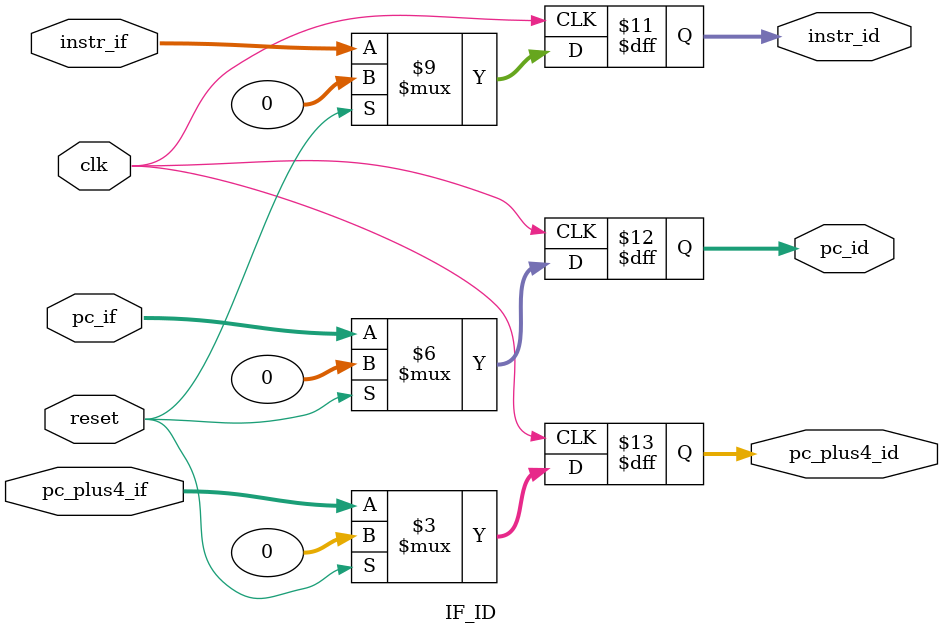
<source format=sv>
`timescale 1ns / 1ps

module IF_ID(
    input logic clk,
    input logic reset,
    input logic [31:0] instr_if,
    input logic [31:0] pc_if,
    input logic [31:0] pc_plus4_if,
    output logic [31:0] instr_id,
    output logic [31:0] pc_id,
    output logic [31:0] pc_plus4_id
    );
    
    always_ff @(posedge clk) begin
        if(reset) begin
            instr_id <= 0;
            pc_id <= 0;
            pc_plus4_id <= 0;
         end
         else begin
            instr_id <= instr_if;
            pc_id <= pc_if;
            pc_plus4_id <= pc_plus4_if;
         end
     end
            

endmodule

</source>
